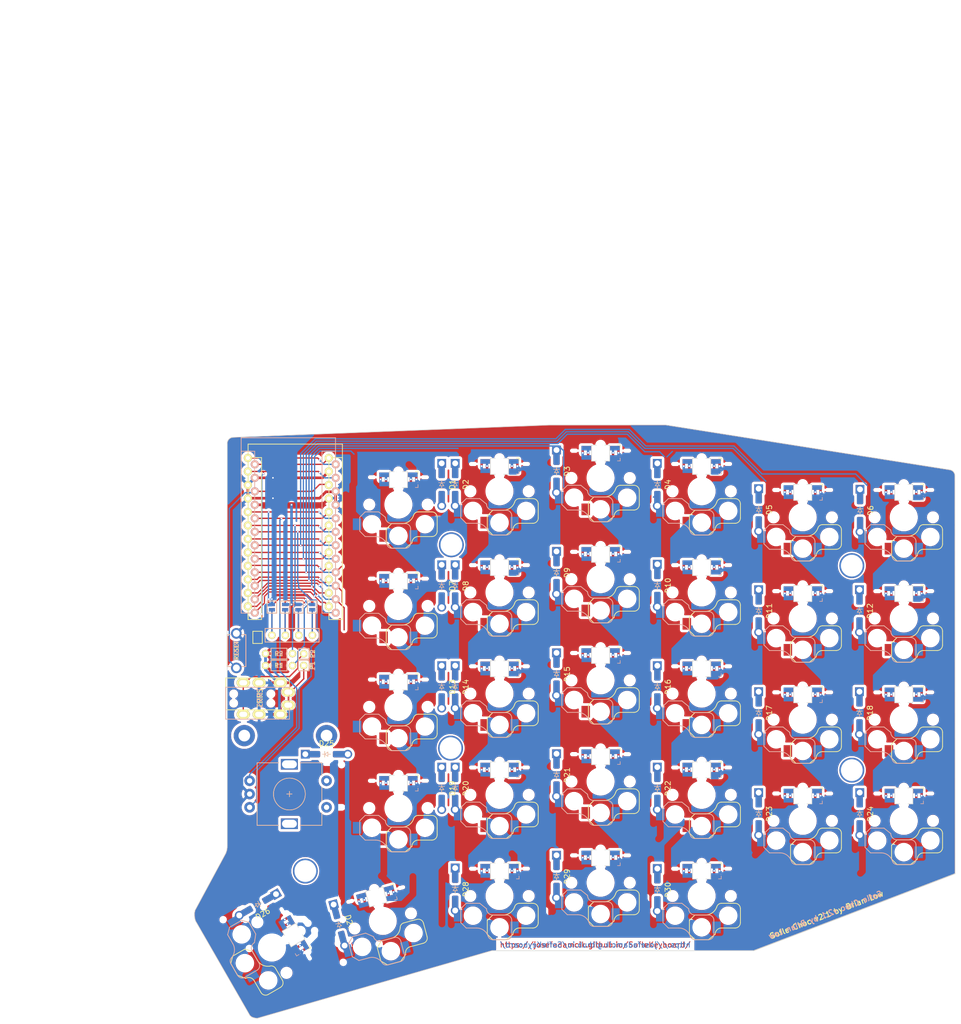
<source format=kicad_pcb>
(kicad_pcb (version 20221018) (generator pcbnew)
  (layers (0 "F.Cu" signal) (31 "B.Cu" signal) (34 "B.Paste" user) (35 "F.Paste" user) (36 "B.SilkS" user "B.Silkscreen") (37 "F.SilkS" user "F.Silkscreen") (38 "B.Mask" user) (39 "F.Mask" user) (44 "Edge.Cuts" user))
  (net 0 "")
  (net 1 "Net-(D1-Pad2)")
  (net 2 "row4")
  (net 3 "Net-(D2-Pad2)")
  (net 4 "Net-(D3-Pad2)")
  (net 5 "row0")
  (net 6 "Net-(D4-Pad2)")
  (net 7 "row1")
  (net 8 "Net-(D5-Pad2)")
  (net 9 "row2")
  (net 10 "Net-(D6-Pad2)")
  (net 11 "row3")
  (net 12 "Net-(D7-Pad2)")
  (net 13 "Net-(D8-Pad2)")
  (net 14 "Net-(D9-Pad2)")
  (net 15 "Net-(D10-Pad2)")
  (net 16 "Net-(D11-Pad2)")
  (net 17 "Net-(D12-Pad2)")
  (net 18 "Net-(D13-Pad2)")
  (net 19 "Net-(D14-Pad2)")
  (net 20 "Net-(D15-Pad2)")
  (net 21 "Net-(D16-Pad2)")
  (net 22 "Net-(D17-Pad2)")
  (net 23 "Net-(D18-Pad2)")
  (net 24 "Net-(D19-Pad2)")
  (net 25 "Net-(D20-Pad2)")
  (net 26 "Net-(D21-Pad2)")
  (net 27 "Net-(D22-Pad2)")
  (net 28 "Net-(D23-Pad2)")
  (net 29 "Net-(D24-Pad2)")
  (net 30 "Net-(D26-Pad2)")
  (net 31 "Net-(D27-Pad2)")
  (net 32 "Net-(D28-Pad2)")
  (net 33 "VCC")
  (net 34 "GND")
  (net 35 "col0")
  (net 36 "col1")
  (net 37 "col2")
  (net 38 "col3")
  (net 39 "col4")
  (net 40 "SDA")
  (net 41 "LED")
  (net 42 "SCL")
  (net 43 "RESET")
  (net 44 "Net-(D29-Pad2)")
  (net 45 "Net-(U1-Pad24)")
  (net 46 "Net-(U1-Pad7)")
  (net 47 "DATA")
  (net 48 "Net-(J3-Pad1)")
  (net 49 "Net-(J3-Pad2)")
  (net 50 "Net-(J3-Pad3)")
  (net 51 "Net-(J3-Pad4)")
  (net 52 "Net-(D30-Pad2)")
  (net 53 "SW25B")
  (net 54 "SW25A")
  (net 55 "ENCB")
  (net 56 "ENCA")
  (net 57 "/i2c_c")
  (net 58 "/i2c_d")
  (net 59 "Net-(SW1-Pad2)")
  (net 60 "Net-(SW2-Pad2)")
  (net 61 "Net-(SW3-Pad2)")
  (net 62 "Net-(SW12-Pad4)")
  (net 63 "Net-(SW13-Pad4)")
  (net 64 "Net-(SW10-Pad2)")
  (net 65 "Net-(SW10-Pad4)")
  (net 66 "Net-(SW11-Pad4)")
  (net 67 "Net-(SW13-Pad2)")
  (net 68 "Net-(SW14-Pad2)")
  (net 69 "Net-(SW15-Pad2)")
  (net 70 "Net-(SW17-Pad2)")
  (net 71 "Net-(SW19-Pad2)")
  (net 72 "Net-(SW26-Pad2)")
  (net 73 "Net-(SW29-Pad2)")
  (net 74 "Net-(SW14-Pad4)")
  (net 75 "Net-(SW15-Pad4)")
  (net 76 "Net-(SW11-Pad2)")
  (net 77 "Net-(SW12-Pad2)")
  (net 78 "Net-(SW21-Pad2)")
  (net 79 "Net-(SW23-Pad2)")
  (net 80 "Net-(SW2-Pad4)")
  (net 81 "Net-(SW20-Pad4)")
  (net 82 "Net-(SW27-Pad2)")
  (net 83 "Net-(SW4-Pad2)")
  (net 84 "Net-(SW6-Pad2)")
  (net 85 "Net-(SW16-Pad4)")
  (net 86 "Net-(SW18-Pad4)")
  (net 87 "Net-(SW22-Pad4)")
  (footprint "SofleKeyboard-footprint:RESISTOR_mini" (layer "F.Cu") (at 98.039272 80.311965)
    (fp_text reference "R1")
    (fp_text value "R" hide)
  )
  (footprint "SofleKeyboard-footprint:RESISTOR_mini" (layer "F.Cu") (at 98.039272 78.061965)
    (fp_text reference "R2")
    (fp_text value "R" hide)
  )
  (footprint "SofleKeyboard-footprint:MJ-4PP-9" (layer "F.Cu") (at 88 85.65 90)
    (fp_text reference "J2")
    (fp_text value "4PIN" hide)
  )
  (footprint "SofleKeyboard-footprint:1pin_conn" (layer "F.Cu") (at 102.7 80.3 -90)
    (fp_text reference "P1")
    (fp_text value "i2c_pin" hide)
  )
  (footprint "SofleKeyboard-footprint:1pin_conn" (layer "F.Cu") (at 102.7 78.1 -90)
    (fp_text reference "P2")
    (fp_text value "i2c_pin" hide)
  )
  (footprint "SofleKeyboard-footprint:HOLE_M2_TH" (layer "F.Cu") (at 103 119 90)
    (fp_text reference "TH7" hide)
    (fp_text value "HOLE" hide)
  )
  (footprint "SofleKeyboard-footprint:ProMicro" (layer "F.Cu") (at 101 56)
    (fp_text reference "U1" hide)
    (fp_text value "ProMicro" hide)
  )
  (footprint "SofleKeyboard-footprint:Jumper" (layer "F.Cu") (at 104.3 69.3 90)
    (fp_text reference "JP1" hide)
    (fp_text value "Jumper_NO_Small" hide)
  )
  (footprint "SofleKeyboard-footprint:Jumper" (layer "F.Cu") (at 101.7 69.3 90)
    (fp_text reference "JP2" hide)
    (fp_text value "Jumper_NO_Small" hide)
  )
  (footprint "SofleKeyboard-footprint:Jumper" (layer "F.Cu") (at 99.2 69.3 90)
    (fp_text reference "JP3" hide)
    (fp_text value "Jumper_NO_Small" hide)
  )
  (footprint "SofleKeyboard-footprint:TACT_SWITCH_TVBP06" (layer "F.Cu") (at 90 77.5 -90)
    (fp_text reference "RSW1" hide)
    (fp_text value "SW_RST" hide)
  )
  (footprint "SofleKeyboard-footprint:jumper_data" (layer "F.Cu") (at 94 75 -90)
    (fp_text reference "W1" hide)
    (fp_text value "jumper" hide)
  )
  (footprint "SofleChoc:D_SOD-123_DO-35_Hybrid_DoubleSided" (layer "F.Cu") (at 128.705 46.227 -90)
    (fp_text reference "D1")
    (fp_text value "D")
  )
  (footprint "SofleChoc:D_SOD-123_DO-35_Hybrid_DoubleSided" (layer "F.Cu") (at 131.245 46.23 -90)
    (fp_text reference "D2")
    (fp_text value "D")
  )
  (footprint "SofleChoc:D_SOD-123_DO-35_Hybrid_DoubleSided" (layer "F.Cu") (at 150.345 43.73 -90)
    (fp_text reference "D3")
    (fp_text value "D")
  )
  (footprint "SofleChoc:D_SOD-123_DO-35_Hybrid_DoubleSided" (layer "F.Cu") (at 169.345 46.23 -90)
    (fp_text reference "D4")
    (fp_text value "D")
  )
  (footprint "SofleChoc:D_SOD-123_DO-35_Hybrid_DoubleSided" (layer "F.Cu") (at 188.445 51 -90)
    (fp_text reference "D5")
    (fp_text value "D")
  )
  (footprint "SofleChoc:D_SOD-123_DO-35_Hybrid_DoubleSided" (layer "F.Cu") (at 207.545 51.13 -90)
    (fp_text reference "D6")
    (fp_text value "D")
  )
  (footprint "SofleChoc:D_SOD-123_DO-35_Hybrid_DoubleSided" (layer "F.Cu") (at 128.705 84.33 -90)
    (fp_text reference "D13")
    (fp_text value "D")
  )
  (footprint "SofleChoc:D_SOD-123_DO-35_Hybrid_DoubleSided" (layer "F.Cu") (at 128.705 103.43 -90)
    (fp_text reference "D19")
    (fp_text value "D")
  )
  (footprint "SofleChoc:D_SOD-123_DO-35_Hybrid_DoubleSided" (layer "F.Cu") (at 107 97)
    (fp_text reference "D25")
    (fp_text value "D")
  )
  (footprint "SofleChoc:D_SOD-123_DO-35_Hybrid_DoubleSided" (layer "F.Cu") (at 94.007 125.351 -150)
    (fp_text reference "D26")
    (fp_text value "D")
  )
  (footprint "SofleChoc:Choc_MX_Hotswap_SK6812MiniE" (layer "F.Cu") (at 120.55 50 180)
    (fp_text reference "SW1" hide)
    (fp_text value "SW_PUSH_LED" hide)
    (fp_line (start -1.7 3.2) (end -1.7 6.2) (stroke (width 0.1)) (layer "Edge.Cuts"))
    (fp_line (start -1.7 3.2) (end 1.7 3.2) (stroke (width 0.1)) (layer "Edge.Cuts"))
    (fp_line (start -1.7 6.2) (end 1.7 6.2) (stroke (width 0.1)) (layer "Edge.Cuts"))
    (fp_line (start 1.7 6.2) (end 1.7 3.2) (stroke (width 0.1)) (layer "Edge.Cuts"))
  )
  (footprint "SofleChoc:Choc_MX_Hotswap_SK6812MiniE" (layer "F.Cu") (at 158.65 45 180)
    (fp_text reference "SW3" hide)
    (fp_text value "SW_PUSH_LED" hide)
    (fp_line (start -1.7 3.2) (end -1.7 6.2) (stroke (width 0.1)) (layer "Edge.Cuts"))
    (fp_line (start -1.7 3.2) (end 1.7 3.2) (stroke (width 0.1)) (layer "Edge.Cuts"))
    (fp_line (start -1.7 6.2) (end 1.7 6.2) (stroke (width 0.1)) (layer "Edge.Cuts"))
    (fp_line (start 1.7 6.2) (end 1.7 3.2) (stroke (width 0.1)) (layer "Edge.Cuts"))
  )
  (footprint "SofleChoc:Choc_MX_Hotswap_SK6812MiniE" (layer "F.Cu") (at 120.55 88.1 180)
    (fp_text reference "SW13" hide)
    (fp_text value "SW_PUSH_LED" hide)
    (fp_line (start -1.7 3.2) (end -1.7 6.2) (stroke (width 0.1)) (layer "Edge.Cuts"))
    (fp_line (start -1.7 3.2) (end 1.7 3.2) (stroke (width 0.1)) (layer "Edge.Cuts"))
    (fp_line (start -1.7 6.2) (end 1.7 6.2) (stroke (width 0.1)) (layer "Edge.Cuts"))
    (fp_line (start 1.7 6.2) (end 1.7 3.2) (stroke (width 0.1)) (layer "Edge.Cuts"))
  )
  (footprint "SofleChoc:Choc_MX_Hotswap_SK6812MiniE" (layer "F.Cu") (at 139.6 85.6 180)
    (fp_text reference "SW14" hide)
    (fp_text value "SW_PUSH_LED" hide)
    (fp_line (start -1.7 3.2) (end -1.7 6.2) (stroke (width 0.1)) (layer "Edge.Cuts"))
    (fp_line (start -1.7 3.2) (end 1.7 3.2) (stroke (width 0.1)) (layer "Edge.Cuts"))
    (fp_line (start -1.7 6.2) (end 1.7 6.2) (stroke (width 0.1)) (layer "Edge.Cuts"))
    (fp_line (start 1.7 6.2) (end 1.7 3.2) (stroke (width 0.1)) (layer "Edge.Cuts"))
  )
  (footprint "SofleChoc:Choc_MX_Hotswap_SK6812MiniE" (layer "F.Cu") (at 120.55 107.15 180)
    (fp_text reference "SW19" hide)
    (fp_text value "SW_PUSH_LED" hide)
    (fp_line (start -1.7 3.2) (end -1.7 6.2) (stroke (width 0.1)) (layer "Edge.Cuts"))
    (fp_line (start -1.7 3.2) (end 1.7 3.2) (stroke (width 0.1)) (layer "Edge.Cuts"))
    (fp_line (start -1.7 6.2) (end 1.7 6.2) (stroke (width 0.1)) (layer "Edge.Cuts"))
    (fp_line (start 1.7 6.2) (end 1.7 3.2) (stroke (width 0.1)) (layer "Edge.Cuts"))
  )
  (footprint "SofleChoc:Choc_MX_Hotswap_SK6812MiniE" (layer "F.Cu") (at 158.65 102.15 180)
    (fp_text reference "SW21" hide)
    (fp_text value "SW_PUSH_LED" hide)
    (fp_line (start -1.7 3.2) (end -1.7 6.2) (stroke (width 0.1)) (layer "Edge.Cuts"))
    (fp_line (start -1.7 3.2) (end 1.7 3.2) (stroke (width 0.1)) (layer "Edge.Cuts"))
    (fp_line (start -1.7 6.2) (end 1.7 6.2) (stroke (width 0.1)) (layer "Edge.Cuts"))
    (fp_line (start 1.7 6.2) (end 1.7 3.2) (stroke (width 0.1)) (layer "Edge.Cuts"))
  )
  (footprint "SofleChoc:Choc_MX_Hotswap_SK6812MiniE" (layer "F.Cu") (at 196.75 109.55 180)
    (fp_text reference "SW23" hide)
    (fp_text value "SW_PUSH_LED" hide)
    (fp_line (start -1.7 3.2) (end -1.7 6.2) (stroke (width 0.1)) (layer "Edge.Cuts"))
    (fp_line (start -1.7 3.2) (end 1.7 3.2) (stroke (width 0.1)) (layer "Edge.Cuts"))
    (fp_line (start -1.7 6.2) (end 1.7 6.2) (stroke (width 0.1)) (layer "Edge.Cuts"))
    (fp_line (start 1.7 6.2) (end 1.7 3.2) (stroke (width 0.1)) (layer "Edge.Cuts"))
  )
  (footprint "SofleChoc:Choc_MX_Hotswap_SK6812MiniE" (layer "F.Cu") (at 96.71 133.4 120)
    (fp_text reference "SW26" hide)
    (fp_text value "SW_PUSH_LED" hide)
    (fp_line (start -1.7 3.2) (end -1.7 6.2) (stroke (width 0.1)) (layer "Edge.Cuts"))
    (fp_line (start -1.7 3.2) (end 1.7 3.2) (stroke (width 0.1)) (layer "Edge.Cuts"))
    (fp_line (start -1.7 6.2) (end 1.7 6.2) (stroke (width 0.1)) (layer "Edge.Cuts"))
    (fp_line (start 1.7 6.2) (end 1.7 3.2) (stroke (width 0.1)) (layer "Edge.Cuts"))
  )
  (footprint "SofleKeyboard-footprint:M2_HOLE_PCB" (layer "F.Cu") (at 91.5 93.5)
    (fp_text reference "TH1" hide)
    (fp_text value "HOLE")
  )
  (footprint "SofleKeyboard-footprint:Jumper" (layer "F.Cu") (at 96.7 69.3 90)
    (fp_text reference "JP4" hide)
    (fp_text value "Jumper_NO_Small" hide)
  )
  (footprint "SofleKeyboard-footprint:OLED_4Pin" (layer "F.Cu") (at 96.7 74.6)
    (fp_text reference "J3" hide)
    (fp_text value "OLED" hide)
  )
  (footprint "SofleKeyboard-footprint:M2_HOLE_PCB" (layer "F.Cu") (at 107 93.5)
    (fp_text reference "TH2" hide)
    (fp_text value "HOLE")
  )
  (footprint "SofleKeyboard-footprint:RotaryEncoder_Alps_EC11E-Switch_Vertical_H20mm-keebio_modified" (layer "F.Cu") (at 100 104.5)
    (fp_text reference "SW25" hide)
    (fp_text value "Rotary_Encoder_Switch")
  )
  (footprint "SofleChoc:Choc_MX_Hotswap_SK6812MiniE" (layer "F.Cu") (at 117.6 128.4 -165)
    (fp_text reference "SW27" hide)
    (fp_text value "SW_PUSH_LED" hide)
    (fp_line (start -1.7 3.2) (end -1.7 6.2) (stroke (width 0.1)) (layer "Edge.Cuts"))
    (fp_line (start -1.7 3.2) (end 1.7 3.2) (stroke (width 0.1)) (layer "Edge.Cuts"))
    (fp_line (start -1.7 6.2) (end 1.7 6.2) (stroke (width 0.1)) (layer "Edge.Cuts"))
    (fp_line (start 1.7 6.2) (end 1.7 3.2) (stroke (width 0.1)) (layer "Edge.Cuts"))
  )
  (footprint "SofleChoc:Choc_MX_Hotswap_SK6812MiniE" (layer "F.Cu") (at 215.8 71.45 180)
    (fp_text reference "SW12" hide)
    (fp_text value "SW_PUSH_LED" hide)
    (fp_line (start -1.7 3.2) (end -1.7 6.2) (stroke (width 0.1)) (layer "Edge.Cuts"))
    (fp_line (start -1.7 3.2) (end 1.7 3.2) (stroke (width 0.1)) (layer "Edge.Cuts"))
    (fp_line (start -1.7 6.2) (end 1.7 6.2) (stroke (width 0.1)) (layer "Edge.Cuts"))
    (fp_line (start 1.7 6.2) (end 1.7 3.2) (stroke (width 0.1)) (layer "Edge.Cuts"))
  )
  (footprint "SofleChoc:Choc_MX_Hotswap_SK6812MiniE" (layer "F.Cu") (at 215.8 90.5 180)
    (fp_text reference "SW18" hide)
    (fp_text value "SW_PUSH_LED" hide)
    (fp_line (start -1.7 3.2) (end -1.7 6.2) (stroke (width 0.1)) (layer "Edge.Cuts"))
    (fp_line (start -1.7 3.2) (end 1.7 3.2) (stroke (width 0.1)) (layer "Edge.Cuts"))
    (fp_line (start -1.7 6.2) (end 1.7 6.2) (stroke (width 0.1)) (layer "Edge.Cuts"))
    (fp_line (start 1.7 6.2) (end 1.7 3.2) (stroke (width 0.1)) (layer "Edge.Cuts"))
  )
  (footprint "SofleChoc:Choc_MX_Hotswap_SK6812MiniE" (layer "F.Cu") (at 215.8 109.55 180)
    (fp_text reference "SW24" hide)
    (fp_text value "SW_PUSH_LED" hide)
    (fp_line (start -1.7 3.2) (end -1.7 6.2) (stroke (width 0.1)) (layer "Edge.Cuts"))
    (fp_line (start -1.7 3.2) (end 1.7 3.2) (stroke (width 0.1)) (layer "Edge.Cuts"))
    (fp_line (start -1.7 6.2) (end 1.7 6.2) (stroke (width 0.1)) (layer "Edge.Cuts"))
    (fp_line (start 1.7 6.2) (end 1.7 3.2) (stroke (width 0.1)) (layer "Edge.Cuts"))
  )
  (footprint "SofleChoc:Choc_MX_Hotswap_SK6812MiniE" (layer "F.Cu") (at 177.7 47.5 180)
    (fp_text reference "SW4" hide)
    (fp_text value "SW_PUSH_LED" hide)
    (fp_line (start -1.7 3.2) (end -1.7 6.2) (stroke (width 0.1)) (layer "Edge.Cuts"))
    (fp_line (start -1.7 3.2) (end 1.7 3.2) (stroke (width 0.1)) (layer "Edge.Cuts"))
    (fp_line (start -1.7 6.2) (end 1.7 6.2) (stroke (width 0.1)) (layer "Edge.Cuts"))
    (fp_line (start 1.7 6.2) (end 1.7 3.2) (stroke (width 0.1)) (layer "Edge.Cuts"))
  )
  (footprint "SofleKeyboard-footprint:HOLE_M2_TH" (layer "F.Cu") (at 206.225 61.775)
    (fp_text reference "TH4" hide)
    (fp_text value "HOLE" hide)
  )
  (footprint "SofleChoc:D_SOD-123_DO-35_Hybrid_DoubleSided" (layer "F.Cu") (at 128.705 65.33 -90)
    (fp_text reference "D7")
    (fp_text value "D")
  )
  (footprint "SofleChoc:D_SOD-123_DO-35_Hybrid_DoubleSided" (layer "F.Cu") (at 131.245 65.33 -90)
    (fp_text reference "D8")
    (fp_text value "D")
  )
  (footprint "SofleChoc:D_SOD-123_DO-35_Hybrid_DoubleSided" (layer "F.Cu") (at 150.345 62.82 -90)
    (fp_text reference "D9")
    (fp_text value "D")
  )
  (footprint "SofleChoc:D_SOD-123_DO-35_Hybrid_DoubleSided" (layer "F.Cu") (at 169.345 65.23 -90)
    (fp_text reference "D10")
    (fp_text value "D")
  )
  (footprint "SofleChoc:D_SOD-123_DO-35_Hybrid_DoubleSided" (layer "F.Cu") (at 188.445 70.03 -90)
    (fp_text reference "D11")
    (fp_text value "D")
  )
  (footprint "SofleChoc:D_SOD-123_DO-35_Hybrid_DoubleSided" (layer "F.Cu") (at 207.445 70.03 -90)
    (fp_text reference "D12")
    (fp_text value "D")
  )
  (footprint "SofleChoc:Choc_MX_Hotswap_SK6812MiniE" (layer "F.Cu") (at 196.75 52.4 180)
    (fp_text reference "SW5" hide)
    (fp_text value "SW_PUSH_LED" hide)
    (fp_line (start -1.7 3.2) (end -1.7 6.2) (stroke (width 0.1)) (layer "Edge.Cuts"))
    (fp_line (start -1.7 3.2) (end 1.7 3.2) (stroke (width 0.1)) (layer "Edge.Cuts"))
    (fp_line (start -1.7 6.2) (end 1.7 6.2) (stroke (width 0.1)) (layer "Edge.Cuts"))
    (fp_line (start 1.7 6.2) (end 1.7 3.2) (stroke (width 0.1)) (layer "Edge.Cuts"))
  )
  (footprint "SofleChoc:Choc_MX_Hotswap_SK6812MiniE" (layer "F.Cu") (at 139.6 66.55 180)
    (fp_text reference "SW8" hide)
    (fp_text value "SW_PUSH_LED" hide)
    (fp_line (start -1.7 3.2) (end -1.7 6.2) (stroke (width 0.1)) (layer "Edge.Cuts"))
    (fp_line (start -1.7 3.2) (end 1.7 3.2) (stroke (width 0.1)) (layer "Edge.Cuts"))
    (fp_line (start -1.7 6.2) (end 1.7 6.2) (stroke (width 0.1)) (layer "Edge.Cuts"))
    (fp_line (start 1.7 6.2) (end 1.7 3.2) (stroke (width 0.1)) (layer "Edge.Cuts"))
  )
  (footprint "SofleChoc:Choc_MX_Hotswap_SK6812MiniE" (layer "F.Cu") (at 177.7 66.55 180)
    (fp_text reference "SW10" hide)
    (fp_text value "SW_PUSH_LED" hide)
    (fp_line (start -1.7 3.2) (end -1.7 6.2) (stroke (width 0.1)) (layer "Edge.Cuts"))
    (fp_line (start -1.7 3.2) (end 1.7 3.2) (stroke (width 0.1)) (layer "Edge.Cuts"))
    (fp_line (start -1.7 6.2) (end 1.7 6.2) (stroke (width 0.1)) (layer "Edge.Cuts"))
    (fp_line (start 1.7 6.2) (end 1.7 3.2) (stroke (width 0.1)) (layer "Edge.Cuts"))
  )
  (footprint "SofleChoc:Choc_MX_Hotswap_SK6812MiniE" (layer "F.Cu") (at 158.65 64.05 180)
    (fp_text reference "SW9" hide)
    (fp_text value "SW_PUSH_LED" hide)
    (fp_line (start -1.7 3.2) (end -1.7 6.2) (stroke (width 0.1)) (layer "Edge.Cuts"))
    (fp_line (start -1.7 3.2) (end 1.7 3.2) (stroke (width 0.1)) (layer "Edge.Cuts"))
    (fp_line (start -1.7 6.2) (end 1.7 6.2) (stroke (width 0.1)) (layer "Edge.Cuts"))
    (fp_line (start 1.7 6.2) (end 1.7 3.2) (stroke (width 0.1)) (layer "Edge.Cuts"))
  )
  (footprint "SofleChoc:Choc_MX_Hotswap_SK6812MiniE" (layer "F.Cu") (at 177.7 85.6 180)
    (fp_text reference "SW16" hide)
    (fp_text value "SW_PUSH_LED" hide)
    (fp_line (start -1.7 3.2) (end -1.7 6.2) (stroke (width 0.1)) (layer "Edge.Cuts"))
    (fp_line (start -1.7 3.2) (end 1.7 3.2) (stroke (width 0.1)) (layer "Edge.Cuts"))
    (fp_line (start -1.7 6.2) (end 1.7 6.2) (stroke (width 0.1)) (layer "Edge.Cuts"))
    (fp_line (start 1.7 6.2) (end 1.7 3.2) (stroke (width 0.1)) (layer "Edge.Cuts"))
  )
  (footprint "SofleChoc:Choc_MX_Hotswap_SK6812MiniE" (layer "F.Cu") (at 215.8 52.4 180)
    (fp_text reference "SW6" hide)
    (fp_text value "SW_PUSH_LED" hide)
    (fp_line (start -1.7 3.2) (end -1.7 6.2) (stroke (width 0.1)) (layer "Edge.Cuts"))
    (fp_line (start -1.7 3.2) (end 1.7 3.2) (stroke (width 0.1)) (layer "Edge.Cuts"))
    (fp_line (start -1.7 6.2) (end 1.7 6.2) (stroke (width 0.1)) (layer "Edge.Cuts"))
    (fp_line (start 1.7 6.2) (end 1.7 3.2) (stroke (width 0.1)) (layer "Edge.Cuts"))
  )
  (footprint "SofleChoc:Choc_MX_Hotswap_SK6812MiniE" (layer "F.Cu") (at 120.55 69.1 180)
    (fp_text reference "SW7" hide)
    (fp_text value "SW_PUSH_LED" hide)
    (fp_line (start -1.7 3.2) (end -1.7 6.2) (stroke (width 0.1)) (layer "Edge.Cuts"))
    (fp_line (start -1.7 3.2) (end 1.7 3.2) (stroke (width 0.1)) (layer "Edge.Cuts"))
    (fp_line (start -1.7 6.2) (end 1.7 6.2) (stroke (width 0.1)) (layer "Edge.Cuts"))
    (fp_line (start 1.7 6.2) (end 1.7 3.2) (stroke (width 0.1)) (layer "Edge.Cuts"))
  )
  (footprint "SofleChoc:Choc_MX_Hotswap_SK6812MiniE" (layer "F.Cu") (at 177.7 123.7 180)
    (fp_text reference "SW30" hide)
    (fp_text value "SW_PUSH_LED" hide)
    (fp_line (start -1.7 3.2) (end -1.7 6.2) (stroke (width 0.1)) (layer "Edge.Cuts"))
    (fp_line (start -1.7 3.2) (end 1.7 3.2) (stroke (width 0.1)) (layer "Edge.Cuts"))
    (fp_line (start -1.7 6.2) (end 1.7 6.2) (stroke (width 0.1)) (layer "Edge.Cuts"))
    (fp_line (start 1.7 6.2) (end 1.7 3.2) (stroke (width 0.1)) (layer "Edge.Cuts"))
  )
  (footprint "SofleChoc:Choc_MX_Hotswap_SK6812MiniE" (layer "F.Cu") (at 196.75 71.45 180)
    (fp_text reference "SW11" hide)
    (fp_text value "SW_PUSH_LED" hide)
    (fp_line (start -1.7 3.2) (end -1.7 6.2) (stroke (width 0.1)) (layer "Edge.Cuts"))
    (fp_line (start -1.7 3.2) (end 1.7 3.2) (stroke (width 0.1)) (layer "Edge.Cuts"))
    (fp_line (start -1.7 6.2) (end 1.7 6.2) (stroke (width 0.1)) (layer "Edge.Cuts"))
    (fp_line (start 1.7 6.2) (end 1.7 3.2) (stroke (width 0.1)) (layer "Edge.Cuts"))
  )
  (footprint "SofleChoc:Choc_MX_Hotswap_SK6812MiniE" (layer "F.Cu") (at 177.7 104.65 180)
    (fp_text reference "SW22" hide)
    (fp_text value "SW_PUSH_LED" hide)
    (fp_line (start -1.7 3.2) (end -1.7 6.2) (stroke (width 0.1)) (layer "Edge.Cuts"))
    (fp_line (start -1.7 3.2) (end 1.7 3.2) (stroke (width 0.1)) (layer "Edge.Cuts"))
    (fp_line (start -1.7 6.2) (end 1.7 6.2) (stroke (width 0.1)) (layer "Edge.Cuts"))
    (fp_line (start 1.7 6.2) (end 1.7 3.2) (stroke (width 0.1)) (layer "Edge.Cuts"))
  )
  (footprint "SofleChoc:Choc_MX_Hotswap_SK6812MiniE" (layer "F.Cu") (at 196.75 90.5 180)
    (fp_text reference "SW17" hide)
    (fp_text value "SW_PUSH_LED" hide)
    (fp_line (start -1.7 3.2) (end -1.7 6.2) (stroke (width 0.1)) (layer "Edge.Cuts"))
    (fp_line (start -1.7 3.2) (end 1.7 3.2) (stroke (width 0.1)) (layer "Edge.Cuts"))
    (fp_line (start -1.7 6.2) (end 1.7 6.2) (stroke (width 0.1)) (layer "Edge.Cuts"))
    (fp_line (start 1.7 6.2) (end 1.7 3.2) (stroke (width 0.1)) (layer "Edge.Cuts"))
  )
  (footprint "SofleChoc:Choc_MX_Hotswap_SK6812MiniE" (layer "F.Cu") (at 158.65 121.2 180)
    (fp_text reference "SW29" hide)
    (fp_text value "SW_PUSH_LED" hide)
    (fp_line (start -1.7 3.2) (end -1.7 6.2) (stroke (width 0.1)) (layer "Edge.Cuts"))
    (fp_line (start -1.7 3.2) (end 1.7 3.2) (stroke (width 0.1)) (layer "Edge.Cuts"))
    (fp_line (start -1.7 6.2) (end 1.7 6.2) (stroke (width 0.1)) (layer "Edge.Cuts"))
    (fp_line (start 1.7 6.2) (end 1.7 3.2) (stroke (width 0.1)) (layer "Edge.Cuts"))
  )
  (footprint "SofleChoc:Choc_MX_Hotswap_SK6812MiniE" (layer "F.Cu") (at 158.65 83.1 180)
    (fp_text reference "SW15" hide)
    (fp_text value "SW_PUSH_LED" hide)
    (fp_line (start -1.7 3.2) (end -1.7 6.2) (stroke (width 0.1)) (layer "Edge.Cuts"))
    (fp_line (start -1.7 3.2) (end 1.7 3.2) (stroke (width 0.1)) (layer "Edge.Cuts"))
    (fp_line (start -1.7 6.2) (end 1.7 6.2) (stroke (width 0.1)) (layer "Edge.Cuts"))
    (fp_line (start 1.7 6.2) (end 1.7 3.2) (stroke (width 0.1)) (layer "Edge.Cuts"))
  )
  (footprint "SofleChoc:Choc_MX_Hotswap_SK6812MiniE" (layer "F.Cu") (at 139.6 47.5 180)
    (fp_text reference "SW2" hide)
    (fp_text value "SW_PUSH_LED" hide)
    (fp_line (start -1.7 3.2) (end -1.7 6.2) (stroke (width 0.1)) (layer "Edge.Cuts"))
    (fp_line (start -1.7 3.2) (end 1.7 3.2) (stroke (width 0.1)) (layer "Edge.Cuts"))
    (fp_line (start -1.7 6.2) (end 1.7 6.2) (stroke (width 0.1)) (layer "Edge.Cuts"))
    (fp_line (start 1.7 6.2) (end 1.7 3.2) (stroke (width 0.1)) (layer "Edge.Cuts"))
  )
  (footprint "SofleChoc:D_SOD-123_DO-35_Hybrid_DoubleSided" (layer "F.Cu") (at 109.374 129.161 -75)
    (fp_text reference "D27")
    (fp_text value "D")
  )
  (footprint "SofleChoc:Choc_MX_Hotswap_SK6812MiniE" (layer "F.Cu") (at 139.6 104.65 180)
    (fp_text reference "SW20" hide)
    (fp_text value "SW_PUSH_LED" hide)
    (fp_line (start -1.7 3.2) (end -1.7 6.2) (stroke (width 0.1)) (layer "Edge.Cuts"))
    (fp_line (start -1.7 3.2) (end 1.7 3.2) (stroke (width 0.1)) (layer "Edge.Cuts"))
    (fp_line (start -1.7 6.2) (end 1.7 6.2) (stroke (width 0.1)) (layer "Edge.Cuts"))
    (fp_line (start 1.7 6.2) (end 1.7 3.2) (stroke (width 0.1)) (layer "Edge.Cuts"))
  )
  (footprint "SofleKeyboard-footprint:HOLE_M2_TH" (layer "F.Cu") (at 206.175 100.025)
    (fp_text reference "TH6" hide)
    (fp_text value "HOLE" hide)
  )
  (footprint "SofleChoc:D_SOD-123_DO-35_Hybrid_DoubleSided" (layer "F.Cu") (at 150.345 81.92 -90)
    (fp_text reference "D15")
    (fp_text value "D")
  )
  (footprint "SofleChoc:D_SOD-123_DO-35_Hybrid_DoubleSided" (layer "F.Cu") (at 169.345 84.33 -90)
    (fp_text reference "D16")
    (fp_text value "D")
  )
  (footprint "SofleChoc:D_SOD-123_DO-35_Hybrid_DoubleSided" (layer "F.Cu") (at 188.445 89.23 -90)
    (fp_text reference "D17")
    (fp_text value "D")
  )
  (footprint "SofleChoc:D_SOD-123_DO-35_Hybrid_DoubleSided" (layer "F.Cu") (at 207.445 89.23 -90)
    (fp_text reference "D18")
    (fp_text value "D")
  )
  (footprint "SofleChoc:D_SOD-123_DO-35_Hybrid_DoubleSided" (layer "F.Cu") (at 131.245 122.43 -90)
    (fp_text reference "D28")
    (fp_text value "D")
  )
  (footprint "SofleChoc:D_SOD-123_DO-35_Hybrid_DoubleSided" (layer "F.Cu") (at 150.345 120.02 -90)
    (fp_text reference "D29")
    (fp_text value "D")
  )
  (footprint "SofleChoc:D_SOD-123_DO-35_Hybrid_DoubleSided" (layer "F.Cu") (at 207.495 108.23 -90)
    (fp_text reference "D24")
    (fp_text value "D")
  )
  (footprint "SofleChoc:D_SOD-123_DO-35_Hybrid_DoubleSided" (layer "F.Cu") (at 131.245 103.43 -90)
    (fp_text reference "D20")
    (fp_text value "D")
  )
  (footprint "SofleChoc:D_SOD-123_DO-35_Hybrid_DoubleSided" (layer "F.Cu") (at 150.345 100.92 -90)
    (fp_text reference "D21")
    (fp_text value "D")
  )
  (footprint "SofleChoc:D_SOD-123_DO-35_Hybrid_DoubleSided" (layer "F.Cu") (at 169.345 103.43 -90)
    (fp_text reference "D22")
    (fp_text value "D")
  )
  (footprint "SofleChoc:D_SOD-123_DO-35_Hybrid_DoubleSided" (layer "F.Cu") (at 188.445 108.23 -90)
    (fp_text reference "D23")
    (fp_text value "D")
  )
  (footprint "SofleChoc:D_SOD-123_DO-35_Hybrid_DoubleSided" (layer "F.Cu") (at 131.245 84.33 -90)
    (fp_text reference "D14")
    (fp_text value "D")
  )
  (footprint "SofleChoc:D_SOD-123_DO-35_Hybrid_DoubleSided" (layer "F.Cu") (at 169.345 122.53 -90)
    (fp_text reference "D30")
    (fp_text value "D")
  )
  (footprint "SofleChoc:Choc_MX_Hotswap_SK6812MiniE" (layer "F.Cu") (at 139.6 123.7 180)
    (fp_text reference "SW28" hide)
    (fp_text value "SW_PUSH_LED" hide)
    (fp_line (start -1.7 3.2) (end -1.7 6.2) (stroke (width 0.1)) (layer "Edge.Cuts"))
    (fp_line (start -1.7 3.2) (end 1.7 3.2) (stroke (width 0.1)) (layer "Edge.Cuts"))
    (fp_line (start -1.7 6.2) (end 1.7 6.2) (stroke (width 0.1)) (layer "Edge.Cuts"))
    (fp_line (start 1.7 6.2) (end 1.7 3.2) (stroke (width 0.1)) (layer "Edge.Cuts"))
  )
  (footprint "SofleKeyboard-footprint:HOLE_M2_TH" (layer "F.Cu") (at 130.50212 57.64864)
    (fp_text reference "TH3" hide)
    (fp_text value "HOLE" hide)
  )
  (footprint "SofleKeyboard-footprint:HOLE_M2_TH" (layer "F.Cu") (at 130.40012 95.92764)
    (fp_text reference "TH5" hide)
    (fp_text value "HOLE" hide)
  )
  (footprint "SofleKeyboard-footprint:Jumper" (layer "B.Cu") (at 101.7 69.3 90)
    (fp_text reference "JP6" hide)
    (fp_text value "Jumper_NO_Small" hide)
  )
  (footprint "SofleKeyboard-footprint:Jumper" (layer "B.Cu") (at 99.2 69.3 90)
    (fp_text reference "JP7" hide)
    (fp_text value "Jumper_NO_Small" hide)
  )
  (footprint "SofleKeyboard-footprint:Jumper" (layer "B.Cu") (at 96.7 69.3 90)
    (fp_text reference "JP8" hide)
    (fp_text value "Jumper_NO_Small" hide)
  )
  (footprint "SofleKeyboard-footprint:Jumper" (layer "B.Cu") (at 104.3 69.3 90)
    (fp_text reference "JP5" hide)
    (fp_text value "Jumper_NO_Small" hide)
  )
  (gr_line (start 225.283881 43.997807) (end 225.370281 44.178672) (stroke (width 0.1)) (layer "Edge.Cuts"))
  (gr_line (start 92.55 146.2) (end 82.3 128.4) (stroke (width 0.1)) (layer "Edge.Cuts"))
  (gr_line (start 170.95 35) (end 224.475441 43.445146) (stroke (width 0.1)) (layer "Edge.Cuts"))
  (gr_line (start 88.297257 38.245261) (end 88.364377 38.029014) (stroke (width 0.1)) (layer "Edge.Cuts"))
  (gr_line (start 88.611259 37.662831) (end 88.781752 37.52216) (stroke (width 0.1)) (layer "Edge.Cuts"))
  (gr_line (start 225.424381 44.374571) (end 225.443181 44.581902) (stroke (width 0.1)) (layer "Edge.Cuts"))
  (gr_line (start 88.781752 37.52216) (end 88.977436 37.415945) (stroke (width 0.1)) (layer "Edge.Cuts"))
  (gr_line (start 225.370281 44.178672) (end 225.424381 44.374571) (stroke (width 0.1)) (layer "Edge.Cuts"))
  (gr_line (start 82.2 126.4) (end 88 115.65) (stroke (width 0.1)) (layer "Edge.Cuts"))
  (gr_line (start 88.364377 38.029014) (end 88.47059 37.833327) (stroke (width 0.1)) (layer "Edge.Cuts"))
  (gr_line (start 88.273857 38.477435) (end 88.297257 38.245261) (stroke (width 0.1)) (layer "Edge.Cuts"))
  (gr_line (start 224.677111 43.496776) (end 224.861871 43.581466) (stroke (width 0.1)) (layer "Edge.Cuts"))
  (gr_line (start 224.475441 43.445146) (end 224.677111 43.496776) (stroke (width 0.1)) (layer "Edge.Cuts"))
  (gr_line (start 88.47059 37.833327) (end 88.611259 37.662831) (stroke (width 0.1)) (layer "Edge.Cuts"))
  (gr_line (start 92.55 146.2) (end 92.9 146.5) (stroke (width 0.1)) (layer "Edge.Cuts"))
  (gr_line (start 138.154128 134) (end 187.5 134) (stroke (width 0.1)) (layer "Edge.Cuts"))
  (gr_line (start 149 35) (end 89.425853 37.325405) (stroke (width 0.1)) (layer "Edge.Cuts"))
  (gr_line (start 88.275257 114.4) (end 88.2 115.05) (stroke (width 0.1)) (layer "Edge.Cuts"))
  (gr_line (start 82.3 128.4) (end 82.15 127.9) (stroke (width 0.1)) (layer "Edge.Cuts"))
  (gr_line (start 82.1 126.9) (end 82.2 126.4) (stroke (width 0.1)) (layer "Edge.Cuts"))
  (gr_line (start 82.1 127.3) (end 82.1 126.9) (stroke (width 0.1)) (layer "Edge.Cuts"))
  (gr_line (start 88.2 115.05) (end 88 115.65) (stroke (width 0.1)) (layer "Edge.Cuts"))
  (gr_line (start 93.35 146.65) (end 93.9 146.75) (stroke (width 0.1)) (layer "Edge.Cuts"))
  (gr_line (start 82.15 127.9) (end 82.1 127.3) (stroke (width 0.1)) (layer "Edge.Cuts"))
  (gr_line (start 92.9 146.5) (end 93.35 146.65) (stroke (width 0.1)) (layer "Edge.Cuts"))
  (gr_line (start 225.470181 119.5) (end 187.5 134) (stroke (width 0.15)) (layer "Edge.Cuts"))
  (gr_line (start 88.275257 114.4) (end 88.273857 38.477435) (stroke (width 0.1)) (layer "Edge.Cuts"))
  (gr_line (start 225.168321 43.835582) (end 225.283881 43.997807) (stroke (width 0.1)) (layer "Edge.Cuts"))
  (gr_line (start 224.861871 43.581466) (end 225.026621 43.6956) (stroke (width 0.1)) (layer "Edge.Cuts"))
  (gr_line (start 149 35) (end 170.95 35) (stroke (width 0.1)) (layer "Edge.Cuts"))
  (gr_line (start 88.977436 37.415945) (end 89.19368 37.348815) (stroke (width 0.1)) (layer "Edge.Cuts"))
  (gr_line (start 89.19368 37.348815) (end 89.425853 37.325405) (stroke (width 0.1)) (layer "Edge.Cuts"))
  (gr_line (start 225.026621 43.6956) (end 225.168321 43.835582) (stroke (width 0.1)) (layer "Edge.Cuts"))
  (gr_line (start 138.154128 134) (end 93.9 146.75) (stroke (width 0.1)) (layer "Edge.Cuts"))
  (gr_line (start 225.443181 44.581902) (end 225.470181 119.5) (stroke (width 0.1)) (layer "Edge.Cuts"))
  (gr_text "https://josefadamcik.github.io/SofleKeyboard/" (at 157.64162 132.88464) (layer "F.Cu") (effects (font (size 1 1))))
  (gr_text "https://josefadamcik.github.io/SofleKeyboard/" (at 157.64162 132.88464) (layer "B.Cu") (effects (font (size 1 1)) (justify mirror)))
  (gr_text "Sofle Choc v2.1 by Brian Low" (at 201 127.25 21) (layer "B.SilkS") (effects (font (size 1 1) (thickness 0.2)) (justify mirror)))
  (gr_text "Sofle Choc v2.1 by Brian Low" (at 201.25 127.25 21) (layer "F.SilkS") (effects (font (size 1 1) (thickness 0.2))))
  (segment (start 105.300001 67.100001) (end 105.300001 67.100001) (width 0.25) (layer "F.Cu") (net 2))
  (segment (start 92.18 69.17) (end 93.83 69.17) (width 0.25) (layer "F.Cu") (net 2))
  (segment (start 94.8 67.14097) (end 95.98533 65.95564) (width 0.25) (layer "F.Cu") (net 2))
  (segment (start 104.211304 65.95564) (end 105.127834 66.87217) (width 0.25) (layer "F.Cu") (net 2))
  (segment (start 94.8 68.2) (end 94.8 67.14097) (width 0.25) (layer "F.Cu") (net 2))
  (segment (start 93.83 69.17) (end 94.8 68.2) (width 0.25) (layer "F.Cu") (net 2))
  (segment (start 105.127834 66.87217) (end 105.327833 67.072169) (width 0.25) (layer "F.Cu") (net 2))
  (segment (start 95.98533 65.95564) (end 104.211304 65.95564) (width 0.25) (layer "F.Cu") (net 2))
  (via (at 105.327833 67.072169) (size 0.4) (drill 0.3) (layers "F.Cu" "B.Cu") (net 2))
  (segment (start 105.527832 67.272168) (end 105.327833 67.072169) (width 0.25) (layer "B.Cu") (net 2))
  (segment (start 106.2 69.8) (end 106.2 67.944336) (width 0.25) (layer "B.Cu") (net 2))
  (segment (start 108.77 70.37) (end 106.77 70.37) (width 0.25) (layer "B.Cu") (net 2))
  (segment (start 108.902225 70.365745) (end 108.718815 70.365745) (width 0.25) (layer "B.Cu") (net 2))
  (segment (start 106.77 70.37) (end 106.2 69.8) (width 0.25) (layer "B.Cu") (net 2))
  (segment (start 106.2 67.944336) (end 105.527832 67.272168) (width 0.25) (layer "B.Cu") (net 2))
  (segment (start 105.69 59.01) (end 105.7 59) (width 0.25) (layer "F.Cu") (net 5))
  (segment (start 92.18 59.01) (end 105.69 59.01) (width 0.25) (layer "F.Cu") (net 5))
  (via (at 105.7 59) (size 0.4) (drill 0.3) (layers "F.Cu" "B.Cu") (net 5))
  (segment (start 169.345 44.455) (end 169.345 43.81999) (width 0.25) (layer "B.Cu") (net 5))
  (segment (start 106.91 60.21) (end 105.899999 59.199999) (width 0.25) (layer "B.Cu") (net 5))
  (segment (start 108.77 60.21) (end 106.91 60.21) (width 0.25) (layer "B.Cu") (net 5))
  (segment (start 169.345 43.81999) (end 168.907 43.38199) (width 0.25) (layer "B.Cu") (net 5))
  (segment (start 105.899999 59.199999) (end 105.7 59) (width 0.25) (layer "B.Cu") (net 5))
  (segment (start 168.606 48.614) (end 169.345 47.875) (width 0.25) (layer "B.Cu") (net 6))
  (segment (start 109.82107 61.64349) (end 108.718815 62.745745) (width 0.25) (layer "F.Cu") (net 7))
  (segment (start 92.23 61.45) (end 105.25 61.45) (width 0.25) (layer "F.Cu") (net 7))
  (segment (start 105.500001 61.700001) (end 105.7 61.9) (width 0.25) (layer "F.Cu") (net 7))
  (segment (start 105.25 61.45) (end 105.500001 61.700001) (width 0.25) (layer "F.Cu") (net 7))
  (via (at 105.7 61.9) (size 0.4) (drill 0.3) (layers "F.Cu" "B.Cu") (net 7))
  (segment (start 105.899999 62.099999) (end 105.7 61.9) (width 0.25) (layer "B.Cu") (net 7))
  (segment (start 106.55 62.75) (end 105.899999 62.099999) (width 0.25) (layer "B.Cu") (net 7))
  (segment (start 108.77 62.75) (end 106.55 62.75) (width 0.25) (layer "B.Cu") (net 7))
  (segment (start 105.44507 63.66964) (end 105.732756 63.957326) (width 0.25) (layer "F.Cu") (net 9))
  (segment (start 94.326115 63.66964) (end 105.44507 63.66964) (width 0.25) (layer "F.Cu") (net 9))
  (segment (start 93.905755 64.09) (end 94.326115 63.66964) (width 0.25) (layer "F.Cu") (net 9))
  (segment (start 108.892255 65.285745) (end 109.922735 66.316225) (width 0.25) (layer "F.Cu") (net 9))
  (segment (start 108.718815 65.285745) (end 108.892255 65.285745) (width 0.25) (layer "F.Cu") (net 9))
  (segment (start 109.922735 66.316225) (end 109.922735 68.389055) (width 0.25) (layer "F.Cu") (net 9))
  (segment (start 92.18 64.09) (end 93.905755 64.09) (width 0.25) (layer "F.Cu") (net 9))
  (via (at 105.732756 63.957326) (size 0.4) (drill 0.3) (layers "F.Cu" "B.Cu") (net 9))
  (segment (start 107.061175 65.285745) (end 105.732756 63.957326) (width 0.25) (layer "B.Cu") (net 9))
  (segment (start 108.718815 65.285745) (end 107.061175 65.285745) (width 0.25) (layer "B.Cu") (net 9))
  (segment (start 95.855509 64.81264) (end 105.21264 64.81264) (width 0.25) (layer "F.Cu") (net 11))
  (segment (start 110.31591 69.42284) (end 108.718815 67.825745) (width 0.25) (layer "F.Cu") (net 11))
  (segment (start 105.21264 64.81264) (end 105.6 65.2) (width 0.25) (layer "F.Cu") (net 11))
  (segment (start 92.18 66.63) (end 94.038149 66.63) (width 0.25) (layer "F.Cu") (net 11))
  (segment (start 94.038149 66.63) (end 95.855509 64.81264) (width 0.25) (layer "F.Cu") (net 11))
  (segment (start 110.31591 73.58975) (end 110.31591 69.42284) (width 0.25) (layer "F.Cu") (net 11))
  (via (at 105.6 65.2) (size 0.4) (drill 0.3) (layers "F.Cu" "B.Cu") (net 11))
  (segment (start 108.77 67.83) (end 106.887507 67.83) (width 0.25) (layer "B.Cu") (net 11))
  (segment (start 106.887507 67.83) (end 106.2 67.142493) (width 0.25) (layer "B.Cu") (net 11))
  (segment (start 106.2 67.142493) (end 106.2 65.8) (width 0.25) (layer "B.Cu") (net 11))
  (segment (start 106.2 65.8) (end 105.799999 65.399999) (width 0.25) (layer "B.Cu") (net 11))
  (segment (start 105.799999 65.399999) (end 105.6 65.2) (width 0.25) (layer "B.Cu") (net 11))
  (segment (start 100.400008 68.8) (end 100.5 68.899992) (width 0.5) (layer "F.Cu") (net 33))
  (segment (start 97.477817 78.061965) (end 96.4871 78.061965) (width 0.5) (layer "F.Cu") (net 33))
  (segment (start 100.400008 75.139774) (end 97.477817 78.061965) (width 0.5) (layer "F.Cu") (net 33))
  (segment (start 101.7 68.79962) (end 100.42262 68.79962) (width 0.5) (layer "F.Cu") (net 33))
  (segment (start 100.42262 68.79962) (end 100.400388 68.79962) (width 0.5) (layer "F.Cu") (net 33))
  (segment (start 100.4 50.045745) (end 93.478815 50.045745) (width 0.5) (layer "F.Cu") (net 33))
  (segment (start 98.09999 89.29999) (end 98.3 89.5) (width 0.5) (layer "F.Cu") (net 33))
  (segment (start 100.42262 68.79962) (end 100.42262 68.822612) (width 0.25) (layer "F.Cu") (net 33))
  (segment (start 106.224255 50.045745) (end 100.4 50.045745) (width 0.5) (layer "F.Cu") (net 33))
  (segment (start 93.42456 50.1) (end 93.478815 50.045745) (width 0.5) (layer "F.Cu") (net 33))
  (segment (start 107.42 48.85) (end 106.224255 50.045745) (width 0.5) (layer "F.Cu") (net 33))
  (segment (start 100.400388 68.79962) (end 100.400008 68.8) (width 0.5) (layer "F.Cu") (net 33))
  (segment (start 100.400008 68.8) (end 100.400008 75.139774) (width 0.5) (layer "F.Cu") (net 33))
  (segment (start 96.4871 78.061965) (end 95.499272 78.061965) (width 0.5) (layer "F.Cu") (net 33))
  (via (at 100.4 50.045745) (size 0.4) (drill 0.3) (layers "F.Cu" "B.Cu") (net 33))
  (via (at 100.400008 68.8) (size 0.4) (drill 0.3) (layers "F.Cu" "B.Cu") (net 33))
  (segment (start 100.400008 68.8) (end 100.400008 50.045753) (width 0.5) (layer "B.Cu") (net 33))
  (segment (start 98.3 84.561509) (end 98.09999 84.761519) (width 0.5) (layer "B.Cu") (net 33))
  (segment (start 98.09999 84.761519) (end 98.09999 89.29999) (width 0.5) (layer "B.Cu") (net 33))
  (segment (start 108.120798 48.85) (end 107.42 48.85) (width 0.5) (layer "B.Cu") (net 33))
  (segment (start 99.2 68.79962) (end 100.399628 68.79962) (width 0.5) (layer "B.Cu") (net 33))
  (segment (start 107.42 48.85) (end 107.502 48.768) (width 0.5) (layer "B.Cu") (net 33))
  (segment (start 95.499272 81.149272) (end 97.9 83.55) (width 0.5) (layer "B.Cu") (net 33))
  (segment (start 108.202798 48.768) (end 108.120798 48.85) (width 0.5) (layer "B.Cu") (net 33))
  (segment (start 95.499272 78.061965) (end 95.499272 81.149272) (width 0.5) (layer "B.Cu") (net 33))
  (segment (start 107.42 48.85) (end 107.436256 48.833744) (width 0.5) (layer "B.Cu") (net 33))
  (segment (start 100.399628 68.79962) (end 100.400008 68.8) (width 0.5) (layer "B.Cu") (net 33))
  (segment (start 98.3 83.55) (end 98.3 84.561509) (width 0.5) (layer "B.Cu") (net 33))
  (segment (start 97.9 83.55) (end 98.3 83.55) (width 0.5) (layer "B.Cu") (net 33))
  (segment (start 98.09999 89.29999) (end 98.3 89.5) (width 0.5) (layer "B.Cu") (net 33))
  (segment (start 100.400008 50.045753) (end 100.4 50.045745) (width 0.5) (layer "B.Cu") (net 33))
  (segment (start 105.676238 48.8) (end 96.9 48.8) (width 0.5) (layer "F.Cu") (net 34))
  (segment (start 106.876238 47.6) (end 108.7 47.6) (width 0.5) (layer "F.Cu") (net 34))
  (segment (start 93.478815 44.965745) (end 96.9 44.965745) (width 0.5) (layer "F.Cu") (net 34))
  (segment (start 91.67 45.8) (end 92.18 46.31) (width 0.5) (layer "F.Cu") (net 34))
  (segment (start 92.18 48.85) (end 92.23 48.8) (width 0.5) (layer "F.Cu") (net 34))
  (segment (start 108.718815 47.505745) (end 108.718815 50.045745) (width 0.5) (layer "F.Cu") (net 34))
  (segment (start 97.474956 67.025044) (end 103.225042 67.025044) (width 0.5) (layer "F.Cu") (net 34))
  (segment (start 104.3 68.100002) (end 104.3 68.79962) (width 0.5) (layer "F.Cu") (net 34))
  (segment (start 103.225042 67.025044) (end 104.3 68.100002) (width 0.5) (layer "F.Cu") (net 34))
  (segment (start 92.18 48.85) (end 92.18 46.31) (width 0.5) (layer "F.Cu") (net 34))
  (segment (start 96.9 44.965745) (end 106.224255 44.965745) (width 0.5) (layer "F.Cu") (net 34))
  (segment (start 92.18 46.26456) (end 93.478815 44.965745) (width 0.5) (layer "F.Cu") (net 34))
  (segment (start 105.676238 48.8) (end 106.876238 47.6) (width 0.5) (layer "F.Cu") (net 34))
  (segment (start 96.7 67.8) (end 97.474956 67.025044) (width 0.5) (layer "F.Cu") (net 34))
  (segment (start 106.224255 44.965745) (end 107.42 43.77) (width 0.5) (layer "F.Cu") (net 34))
  (segment (start 92.18 46.31) (end 92.18 46.26456) (width 0.5) (layer "F.Cu") (net 34))
  (segment (start 92.23 48.8) (end 96.9 48.8) (width 0.5) (layer "F.Cu") (net 34))
  (via (at 96.9 48.8) (size 0.4) (drill 0.3) (layers "F.Cu" "B.Cu") (net 34))
  (via (at 96.7 67.8) (size 0.4) (drill 0.3) (layers "F.Cu" "B.Cu") (net 34))
  (via (at 96.9 44.965745) (size 0.4) (drill 0.3) (layers "F.Cu" "B.Cu") (net 34))
  (segment (start 93.176999 99.176999) (end 91.049999 101.303999) (width 0.5) (layer "B.Cu") (net 34))
  (segment (start 94.3 89.5) (end 94.3 98.053998) (width 0.5) (layer "B.Cu") (net 34))
  (segment (start 94.3 89.5) (end 93.538491 89.5) (width 0.5) (layer "B.Cu") (net 34))
  (segment (start 96.9 48.8) (end 96.9 44.965745) (width 0.5) (layer "B.Cu") (net 34))
  (segment (start 96.9 51.552002) (end 96.9 48.8) (width 0.5) (layer "B.Cu") (net 34))
  (segment (start 90 74.25) (end 92.050001 72.199999) (width 0.5) (layer "B.Cu") (net 34))
  (segment (start 90 74.25) (end 94.3 78.55) (width 0.5) (layer "B.Cu") (net 34))
  (segment (start 95.5 71.438176) (end 95.5 69.05311) (width 0.5) (layer "B.Cu") (net 34))
  (segment (start 94.3 84.9) (end 94.3 89.5) (width 0.5) (layer "B.Cu") (net 34))
  (segment (start 91.049999 101.303999) (end 91.049999 103.049999) (width 0.5) (layer "B.Cu") (net 34))
  (segment (start 91.049999 103.049999) (end 91.500001 103.500001) (width 0.5) (layer "B.Cu") (net 34))
  (segment (start 94.3 78.55) (end 94.3 83.55) (width 0.5) (layer "B.Cu") (net 34))
  (segment (start 96.9 67.6) (end 96.9 51.552002) (width 0.5) (layer "B.Cu") (net 34))
  (segment (start 94.3 83.55) (end 94.3 84.9) (width 0.5) (layer "B.Cu") (net 34))
  (segment (start 94.3 98.053998) (end 93.176999 99.176999) (width 0.5) (layer "B.Cu") (net 34))
  (segment (start 96.7 68.79962) (end 96.7 67.8) (width 0.5) (layer "B.Cu") (net 34))
  (segment (start 95.5 69.05311) (end 95.6285 68.92461) (width 0.5) (layer "B.Cu") (net 34))
  (segment (start 96.57501 68.92461) (end 96.7 68.79962) (width 0.5) (layer "B.Cu") (net 34))
  (segment (start 94.738177 72.199999) (end 95.5 71.438176) (width 0.5) (layer "B.Cu") (net 34))
  (segment (start 95.6285 68.92461) (end 96.57501 68.92461) (width 0.5) (layer "B.Cu") (net 34))
  (segment (start 92.050001 72.199999) (end 94.738177 72.199999) (width 0.5) (layer "B.Cu") (net 34))
  (segment (start 96.7 67.8) (end 96.9 67.6) (width 0.5) (layer "B.Cu") (net 34))
  (segment (start 91.500001 103.500001) (end 92.5 104.5) (width 0.5) (layer "B.Cu") (net 34))
  (segment (start 106.17 57.67) (end 107.47 56.37) (width 0.25) (layer "F.Cu") (net 35))
  (segment (start 102.152246 57.665745) (end 102.117351 57.70064) (width 0.25) (layer "F.Cu") (net 35))
  (segment (start 102.675 57.665745) (end 102.241015 57.665745) (width 0.25) (layer "F.Cu") (net 35))
  (segment (start 102.241015 57.665745) (end 102.152246 57.665745) (width 0.25) (layer "F.Cu") (net 35))
  (segment (start 106.165745 57.665745) (end 106.17 57.67) (width 0.25) (layer "F.Cu") (net 35))
  (segment (start 106.165745 57.665745) (end 102.675 57.665745) (width 0.25) (layer "F.Cu") (net 35))
  (segment (start 102.241015 57.665745) (end 93.478815 57.665745) (width 0.25) (layer "F.Cu") (net 35))
  (via (at 102.117351 57.70064) (size 0.4) (drill 0.3) (layers "F.Cu" "B.Cu") (net 35))
  (segment (start 183.805031 38.96814) (end 189.075531 44.23864) (width 0.25) (layer "B.Cu") (net 35))
  (segment (start 206.72712 44.23864) (end 208.892 46.40352) (width 0.25) (layer "B.Cu") (net 35))
  (segment (start 167.169442 38.96814) (end 183.805031 38.96814) (width 0.25) (layer "B.Cu") (net 35))
  (segment (start 104.89093 37.6126) (end 150.23134 37.6126) (width 0.25) (layer "B.Cu") (net 35))
  (segment (start 102.117351 57.70064) (end 102.117351 40.386179) (width 0.25) (layer "B.Cu") (net 35))
  (segment (start 164.04692 35.845618) (end 167.169442 38.96814) (width 0.25) (layer "B.Cu") (net 35))
  (segment (start 151.998321 35.845618) (end 164.04692 35.845618) (width 0.25) (layer "B.Cu") (net 35))
  (segment (start 150.23134 37.6126) (end 151.998321 35.845618) (width 0.25) (layer "B.Cu") (net 35))
  (segment (start 189.075531 44.23864) (end 206.72712 44.23864) (width 0.25) (layer "B.Cu") (net 35))
  (segment (start 102.117351 40.386179) (end 104.89093 37.6126) (width 0.25) (layer "B.Cu") (net 35))
  (segment (start 102.749015 60.205745) (end 102.677246 60.205745) (width 0.25) (layer "F.Cu") (net 36))
  (segment (start 102.749015 60.205745) (end 103.175 60.205745) (width 0.25) (layer "F.Cu") (net 36))
  (segment (start 103.175 60.205745) (end 106.224255 60.205745) (width 0.25) (layer "F.Cu") (net 36))
  (segment (start 93.478815 60.205745) (end 102.749015 60.205745) (width 0.25) (layer "F.Cu") (net 36))
  (segment (start 106.224255 60.205745) (end 107.42 59.01) (width 0.25) (layer "F.Cu") (net 36))
  (segment (start 102.677246 60.205745) (end 102.642351 60.24064) (width 0.25) (layer "F.Cu") (net 36))
  (via (at 102.642351 60.24064) (size 0.4) (drill 0.3) (layers "F.Cu" "B.Cu") (net 36))
  (segment (start 150.41774 38.06261) (end 150.846415 37.633935) (width 0.25) (layer "B.Cu") (net 36))
  (segment (start 183.618631 39.418151) (end 166.983042 39.418151) (width 0.25) (layer "B.Cu") (net 36))
  (segment (start 112.70015 38.06261) (end 150.41774 38.06261) (width 0.25) (layer "B.Cu") (net 36))
  (segment (start 189.792 45.59152) (end 183.618631 39.418151) (width 0.25) (layer "B.Cu") (net 36))
  (segment (start 102.642351 40.497589) (end 105.07733 38.06261) (width 0.25) (layer "B.Cu") (net 36))
  (segment (start 152.184721 36.295629) (end 150.92574 37.55461) (width 0.25) (layer "B.Cu") (net 36))
  (segment (start 163.86052 36.295629) (end 152.184721 36.295629) (width 0.25) (layer "B.Cu") (net 36))
  (segment (start 105.07733 38.06261) (end 112.70015 38.06261) (width 0.25) (layer "B.Cu") (net 36))
  (segment (start 166.983042 39.418151) (end 163.86052 36.295629) (width 0.25) (layer "B.Cu") (net 36))
  (segment (start 102.642351 60.24064) (end 102.642351 40.497589) (width 0.25) (layer "B.Cu") (net 36))
  (segment (start 103.202246 62.745745) (end 103.167351 62.78064) (width 0.25) (layer "F.Cu") (net 37))
  (segment (start 107.42 61.55) (end 106.224255 62.745745) (width 0.25) (layer "F.Cu") (net 37))
  (segment (start 106.224255 62.745745) (end 103.7 62.745745) (width 0.25) (layer "F.Cu") (net 37))
  (segment (start 103.314225 62.745745) (end 103.202246 62.745745) (width 0.25) (layer "F.Cu") (net 37))
  (segment (start 103.314225 62.745745) (end 93.478815 62.745745) (width 0.25) (layer "F.Cu") (net 37))
  (segment (start 103.7 62.745745) (end 103.314225 62.745745) (width 0.25) (layer "F.Cu") (net 37))
  (via (at 103.167351 62.78064) (size 0.4) (drill 0.3) (layers "F.Cu" "B.Cu") (net 37))
  (segment (start 105.26373 38.51262) (end 150.60414 38.51262) (width 0.25) (layer "B.Cu") (net 37))
  (segment (start 163.67412 36.74564) (end 166.97612 40.04764) (width 0.25) (layer "B.Cu") (net 37))
  (segment (start 169.77012 40.04764) (end 170.692 40.96952) (width 0.25) (layer "B.Cu") (net 37))
  (segment (start 152.37112 36.74564) (end 163.67412 36.74564) (width 0.25) (layer "B.Cu") (net 37))
  (segment (start 151.22812 37.88864) (end 152.37112 36.74564) (width 0.25) (layer "B.Cu") (net 37))
  (segment (start 150.60414 38.51262) (end 151.22812 37.88864) (width 0.25) (layer "B.Cu") (net 37))
  (segment (start 103.167351 62.78064) (end 103.167351 40.608999) (width 0.25) (layer "B.Cu") (net 37))
  (segment (start 151.11214 38.00462) (end 151.22812 37.88864) (width 0.25) (layer "B.Cu") (net 37))
  (segment (start 103.167351 40.608999) (end 105.26373 38.51262) (width 0.25) (layer "B.Cu") (net 37))
  (segment (start 166.97612 40.04764) (end 169.77012 40.04764) (width 0.25) (layer "B.Cu") (net 37))
  (segment (start 104.56644 64.293618) (end 104.61912 64.293619) (width 0.25) (layer "F.Cu") (net 38))
  (segment (start 106.835001 64.674999) (end 107.42 64.09) (width 0.25) (layer "F.Cu") (net 38))
  (segment (start 103.686373 64.293618) (end 103.692351 64.28764) (width 0.25) (layer "F.Cu") (net 38))
  (segment (start 103.592098 64.293618) (end 103.686373 64.293618) (width 0.25) (layer "F.Cu") (net 38))
  (segment (start 104.56644 64.293618) (end 103.592098 64.293618) (width 0.25) (layer "F.Cu") (net 38))
  (segment (start 105.711409 64.674999) (end 106.835001 64.674999) (width 0.25) (layer "F.Cu") (net 38))
  (segment (start 94.470942 64.293618) (end 93.478815 65.285745) (width 0.25) (layer "F.Cu") (net 38))
  (segment (start 103.592098 64.293618) (end 94.470942 64.293618) (width 0.25) (layer "F.Cu") (net 38))
  (segment (start 104.56644 64.293618) (end 105.292046 64.293618) (width 0.25) (layer "F.Cu") (net 38))
  (segment (start 107.42 64.09) (end 106.962382 64.547618) (width 0.25) (layer "F.Cu") (net 38))
  (segment (start 105.399041 64.362631) (end 105.711409 64.674999) (width 0.25) (layer "F.Cu") (net 38))
  (segment (start 104.61912 64.293619) (end 104.74612 64.293619) (width 0.25) (layer "F.Cu") (net 38))
  (segment (start 105.292046 64.293618) (end 105.361059 64.362631) (width 0.25) (layer "F.Cu") (net 38))
  (segment (start 105.361059 64.362631) (end 105.399041 64.362631) (width 0.25) (layer "F.Cu") (net 38))
  (via (at 103.692351 64.28764) (size 0.4) (drill 0.3) (layers "F.Cu" "B.Cu") (net 38))
  (segment (start 105.45013 38.96263) (end 150.77811 38.96263) (width 0.25) (layer "B.Cu") (net 38))
  (segment (start 103.692351 64.28764) (end 103.692351 40.720409) (width 0.25) (layer "B.Cu") (net 38))
  (segment (start 103.692351 40.720409) (end 105.45013 38.96263) (width 0.25) (layer "B.Cu") (net 38))
  (segment (start 151.692 39.87652) (end 151.692 46.704) (width 0.25) (layer "B.Cu") (net 38))
  (segment (start 150.77811 38.96263) (end 151.692 39.87652) (width 0.25) (layer "B.Cu") (net 38))
  (segment (start 104.164325 65.32064) (end 104.217351 65.373666) (width 0.25) (layer "F.Cu") (net 39))
  (segment (start 95.98392 65.32064) (end 103.73012 65.32064) (width 0.25) (layer "F.Cu") (net 39))
  (segment (start 104.32064 65.32064) (end 105.63 66.63) (width 0.25) (layer "F.Cu") (net 39))
  (segment (start 103.73012 65.32064) (end 104.32064 65.32064) (width 0.25) (layer "F.Cu") (net 39))
  (segment (start 93.478815 67.825745) (end 95.98392 65.32064) (width 0.25) (layer "F.Cu") (net 39))
  (segment (start 105.63 66.63) (end 107.42 66.63) (width 0.25) (layer "F.Cu") (net 39))
  (segment (start 103.73012 65.32064) (end 104.164325 65.32064) (width 0.25) (layer "F.Cu") (net 39))
  (via (at 104.217351 65.373666) (size 0.4) (drill 0.3) (layers "F.Cu" "B.Cu") (net 39))
  (segment (start 105.636529 39.412641) (end 131.797121 39.412641) (width 0.25) (layer "B.Cu") (net 39))
  (segment (start 104.217351 40.831819) (end 105.636529 39.412641) (width 0.25) (layer "B.Cu") (net 39))
  (segment (start 104.217351 65.373666) (end 104.217351 40.831819) (width 0.25) (layer "B.Cu") (net 39))
  (segment (start 92.18 51.39) (end 96.1 51.39) (width 0.25) (layer "F.Cu") (net 40))
  (segment (start 96.7 68.79962) (end 96.48562 68.79962) (width 0.25) (layer "F.Cu") (net 40))
  (segment (start 105.59 51.39) (end 105.6 51.4) (width 0.25) (layer "F.Cu") (net 40))
  (segment (start 98.153565 67.600055) (end 102.800055 67.600055) (width 0.25) (layer "F.Cu") (net 40))
  (segment (start 96.48562 68.79962) (end 96.05 68.364) (width 0.25) (layer "F.Cu") (net 40))
  (segment (start 91.877307 51.39) (end 92.18 51.39) (width 0.25) (layer "F.Cu") (net 40))
  (segment (start 102.800055 67.600055) (end 102.900001 67.700001) (width 0.25) (layer "F.Cu") (net 40))
  (segment (start 96.05 68.364) (end 96.05 67.805847) (width 0.25) (layer "F.Cu") (net 40))
  (segment (start 102.900001 67.700001) (end 103.1 67.9) (width 0.25) (layer "F.Cu") (net 40))
  (segment (start 96.1 51.39) (end 105.59 51.39) (width 0.25) (layer "F.Cu") (net 40))
  (segment (start 96.954 68.79962) (end 98.153565 67.600055) (width 0.25) (layer "F.Cu") (net 40))
  (segment (start 96.7 68.79962) (end 96.954 68.79962) (width 0.25) (layer "F.Cu") (net 40))
  (via (at 96.05 67.805847) (size 0.4) (drill 0.3) (layers "F.Cu" "B.Cu") (net 40))
  (via (at 103.1 67.9) (size 0.4) (drill 0.3) (layers "F.Cu" "B.Cu") (net 40))
  (via (at 105.6 51.4) (size 0.4) (drill 0.3) (layers "F.Cu" "B.Cu") (net 40))
  (via (at 96.1 51.39) (size 0.4) (drill 0.3) (layers "F.Cu" "B.Cu") (net 40))
  (segment (start 96.05 67.805847) (end 96.05 51.44) (width 0.25) (layer "B.Cu") (net 40))
  (segment (start 101.602773 79.288464) (end 101.277771 79.613466) (width 0.25) (layer "B.Cu") (net 40))
  (segment (start 105.6 51.4) (end 106.785745 52.585745) (width 0.25) (layer "B.Cu") (net 40))
  (segment (start 101.277771 79.613466) (end 100.579272 80.311965) (width 0.25) (layer "B.Cu") (net 40))
  (segment (start 106.785745 52.585745) (end 108.718815 52.585745) (width 0.25) (layer "B.Cu") (net 40))
  (segment (start 103.59762 68.79962) (end 103.1 68.302) (width 0.25) (layer "B.Cu") (net 40))
  (segment (start 104.3 68.79962) (end 103.53938 68.79962) (width 0.25) (layer "B.Cu") (net 40))
  (segment (start 103.53938 68.79962) (end 102.803501 69.535499) (width 0.25) (layer "B.Cu") (net 40))
  (segment (start 102.803501 69.535499) (end 102.803501 76.481717) (width 0.25) (layer "B.Cu") (net 40))
  (segment (start 96.05 51.44) (end 96.1 51.39) (width 0.25) (layer "B.Cu") (net 40))
  (segment (start 103.1 68.302) (end 103.1 67.9) (width 0.25) (layer "B.Cu") (net 40))
  (segment (start 104.3 68.79962) (end 103.59762 68.79962) (width 0.25) (layer "B.Cu") (net 40))
  (segment (start 101.602773 77.682445) (end 101.602773 79.288464) (width 0.25) (layer "B.Cu") (net 40))
  (segment (start 102.803501 76.481717) (end 101.602773 77.682445) (width 0.25) (layer "B.Cu") (net 40))
  (segment (start 105.330006 41.23) (end 105.500007 41.400001) (width 0.25) (layer "F.Cu") (net 41))
  (segment (start 105.500007 41.400001) (end 105.700006 41.6) (width 0.25) (layer "F.Cu") (net 41))
  (segment (start 92.18 41.23) (end 105.330006 41.23) (width 0.25) (layer "F.Cu") (net 41))
  (via (at 105.700006 41.6) (size 0.4) (drill 0.3) (layers "F.Cu" "B.Cu") (net 41))
  (segment (start 106.525751 42.425745) (end 105.900005 41.799999) (width 0.25) (layer "B.Cu") (net 41))
  (segment (start 105.900005 41.799999) (end 105.700006 41.6) (width 0.25) (layer "B.Cu") (net 41))
  (segment (start 108.718815 42.425745) (end 106.525751 42.425745) (width 0.25) (layer "B.Cu") (net 41))
  (segment (start 102.438364 68.1) (end 102.826022 68.487658) (width 0.25) (layer "F.Cu") (net 42))
  (segment (start 99.2 68.313) (end 99.413 68.1) (width 0.25) (layer "F.Cu") (net 42))
  (segment (start 99.413 68.1) (end 102.438364 68.1) (width 0.25) (layer "F.Cu") (net 42))
  (segment (start 92.18 53.93) (end 101.7 53.93) (width 0.25) (layer "F.Cu") (net 42))
  (segment (start 91.587307 53.93) (end 92.18 53.93) (width 0.25) (layer "F.Cu") (net 42))
  (segment (start 105.700018 54.2) (end 105.430018 53.93) (width 0.25) (layer "F.Cu") (net 42))
  (segment (start 99.2 68.79962) (end 99.2 68.313) (width 0.25) (layer "F.Cu") (net 42))
  (segment (start 105.430018 53.93) (end 101.7 53.93) (width 0.25) (layer "F.Cu") (net 42))
  (segment (start 102.826022 68.487658) (end 102.826022 68.7705) (width 0.25) (layer "F.Cu") (net 42))
  (via (at 105.700018 54.2) (size 0.4) (drill 0.3) (layers "F.Cu" "B.Cu") (net 42))
  (via (at 101.050008 53.93) (size 0.4) (drill 0.3) (layers "F.Cu" "B.Cu") (net 42))
  (via (at 102.826022 68.7705) (size 0.4) (drill 0.3) (layers "F.Cu" "B.Cu") (net 42))
  (segment (start 101.2 68.79962) (end 101.06312 68.66274) (width 0.25) (layer "B.Cu") (net 42))
  (segment (start 100.579272 69.537228) (end 101.346 68.7705) (width 0.25) (layer "B.Cu") (net 42))
  (segment (start 101.06312 53.943112) (end 101.050008 53.93) (width 0.25) (layer "B.Cu") (net 42))
  (segment (start 108.718815 55.125745) (end 106.625763 55.125745) (width 0.25) (layer "B.Cu") (net 42))
  (segment (start 101.6 68.69962) (end 101.7 68.79962) (width 0.25) (layer "B.Cu") (net 42))
  (segment (start 101.7 68.79962) (end 102.796902 68.79962) (width 0.25) (layer "B.Cu") (net 42))
  (segment (start 101.06312 68.66274) (end 101.06312 53.943112) (width 0.25) (layer "B.Cu") (net 42))
  (segment (start 106.625763 55.125745) (end 105.900017 54.399999) (width 0.25) (layer "B.Cu") (net 42))
  (segment (start 105.900017 54.399999) (end 105.700018 54.2) (width 0.25) (layer "B.Cu") (net 42))
  (segment (start 100.579272 78.061965) (end 100.579272 69.537228) (width 0.25) (layer "B.Cu") (net 42))
  (segment (start 102.796902 68.79962) (end 102.826022 68.7705) (width 0.25) (layer "B.Cu") (net 42))
  (segment (start 101.346 68.7705) (end 102.826022 68.7705) (width 0.25) (layer "B.Cu") (net 42))
  (segment (start 104.394255 47.505745) (end 105.7 46.2) (width 0.25) (layer "F.Cu") (net 43))
  (segment (start 105.7 46.2) (end 107.46 46.2) (width 0.25) (layer "F.Cu") (net 43))
  (segment (start 93.478815 47.505745) (end 104.394255 47.505745) (width 0.25) (layer "F.Cu") (net 43))
  (segment (start 107.46 46.2) (end 107.47 46.21) (width 0.25) (layer "F.Cu") (net 43))
  (segment (start 93.221561 47.762999) (end 91.658239 47.762999) (width 0.25) (layer "B.Cu") (net 43))
  (segment (start 88.674999 50.746239) (end 88.674999 79.424999) (width 0.25) (layer "B.Cu") (net 43))
  (segment (start 89.000001 79.750001) (end 90 80.75) (width 0.25) (layer "B.Cu") (net 43))
  (segment (start 88.674999 79.424999) (end 89.000001 79.750001) (width 0.25) (layer "B.Cu") (net 43))
  (segment (start 91.658239 47.762999) (end 88.674999 50.746239) (width 0.25) (layer "B.Cu") (net 43))
  (segment (start 93.478815 47.505745) (end 93.221561 47.762999) (width 0.25) (layer "B.Cu") (net 43))
  (segment (start 93.478815 42.425745) (end 106.224255 42.425745) (width 0.25) (layer "F.Cu") (net 45))
  (segment (start 106.224255 42.425745) (end 107.42 41.23) (width 0.25) (layer "F.Cu") (net 45))
  (segment (start 105.499993 56.500001) (end 105.699992 56.7) (width 0.25) (layer "F.Cu") (net 46))
  (segment (start 92.18 56.47) (end 105.469992 56.47) (width 0.25) (layer "F.Cu") (net 46))
  (segment (start 105.469992 56.47) (end 105.499993 56.500001) (width 0.25) (layer "F.Cu") (net 46))
  (via (at 105.699992 56.7) (size 0.4) (drill 0.3) (layers "F.Cu" "B.Cu") (net 46))
  (segment (start 108.718815 57.665745) (end 106.665737 57.665745) (width 0.25) (layer "B.Cu") (net 46))
  (segment (start 106.665737 57.665745) (end 105.899991 56.899999) (width 0.25) (layer "B.Cu") (net 46))
  (segment (start 105.899991 56.899999) (end 105.699992 56.7) (width 0.25) (layer "B.Cu") (net 46))
  (segment (start 94.8215 73.93212) (end 94.254 74.49962) (width 0.25) (layer "F.Cu") (net 47))
  (segment (start 105.500001 43.800001) (end 105.7 44) (width 0.25) (layer "F.Cu") (net 47))
  (segment (start 94.8215 73.72112) (end 94.8215 73.93212) (width 0.25) (layer "F.Cu") (net 47))
  (segment (start 105.47 43.77) (end 105.500001 43.800001) (width 0.25) (layer "F.Cu") (net 47))
  (segment (start 92.18 43.77) (end 94.7 43.77) (width 0.25) (layer "F.Cu") (net 47))
  (segment (start 94.7 43.77) (end 95.078 43.77) (width 0.25) (layer "F.Cu") (net 47))
  (segment (start 94.7 43.77) (end 94.97 43.77) (width 0.25) (layer "F.Cu") (net 47))
  (segment (start 95.1 43.792) (end 95.078 43.77) (width 0.25) (layer "F.Cu") (net 47))
  (segment (start 95.078 43.77) (end 105.47 43.77) (width 0.25) (layer "F.Cu") (net 47))
  (segment (start 95.1 44.2) (end 95.1 43.792) (width 0.25) (layer "F.Cu") (net 47))
  (segment (start 94.8 73.69962) (end 94.8215 73.72112) (width 0.25) (layer "F.Cu") (net 47))
  (segment (start 94.8 70.6) (end 94.8 73.69962) (width 0.25) (layer "F.Cu") (net 47))
  (segment (start 94.254 74.49962) (end 94 74.49962) (width 0.25) (layer "F.Cu") (net 47))
  (via (at 94.8 70.6) (size 0.4) (drill 0.3) (layers "F.Cu" "B.Cu") (net 47))
  (via (at 95.1 44.2) (size 0.4) (drill 0.3) (layers "F.Cu" "B.Cu") (net 47))
  (via (at 105.7 44) (size 0.4) (drill 0.3) (layers "F.Cu" "B.Cu") (net 47))
  (segment (start 95.1 44.2) (end 94.8 44.5) (width 0.25) (layer "B.Cu") (net 47))
  (segment (start 108.718815 44.965745) (end 106.665745 44.965745) (width 0.25) (layer "B.Cu") (net 47))
  (segment (start 106.665745 44.965745) (end 105.899999 44.199999) (width 0.25) (layer "B.Cu") (net 47))
  (segment (start 94.8 44.5) (end 94.8 70.6) (width 0.25) (layer "B.Cu") (net 47))
  (segment (start 105.899999 44.199999) (end 105.7 44) (width 0.25) (layer "B.Cu") (net 47))
  (segment (start 96.7 69.80038) (end 96.7 74.6) (width 0.25) (layer "F.Cu") (net 48))
  (segment (start 96.7 69.80038) (end 96.7 74.6) (width 0.25) (layer "B.Cu") (net 48))
  (segment (start 99.2 74.56) (end 99.24 74.6) (width 0.25) (layer "F.Cu") (net 49))
  (segment (start 99.2 69.80038) (end 99.2 74.56) (width 0.25) (layer "F.Cu") (net 49))
  (segment (start 99.2 74.56) (end 99.24 74.6) (width 0.25) (layer "B.Cu") (net 49))
  (segment (start 99.2 69.80038) (end 99.2 74.56) (width 0.25) (layer "B.Cu") (net 49))
  (segment (start 101.7 69.80038) (end 101.7 74.52) (width 0.25) (layer "F.Cu") (net 50))
  (segment (start 101.7 74.52) (end 101.78 74.6) (width 0.25) (layer "F.Cu") (net 50))
  (segment (start 101.7 74.52) (end 101.78 74.6) (width 0.25) (layer "B.Cu") (net 50))
  (segment (start 101.7 69.80038) (end 101.7 74.52) (width 0.25) (layer "B.Cu") (net 50))
  (segment (start 104.3 69.80038) (end 104.3 74.58) (width 0.25) (layer "F.Cu") (net 51))
  (segment (start 104.3 74.58) (end 104.32 74.6) (width 0.25) (layer "F.Cu") (net 51))
  (segment (start 104.3 69.80038) (end 104.3 74.58) (width 0.25) (layer "B.Cu") (net 51))
  (segment (start 104.3 74.58) (end 104.32 74.6) (width 0.25) (layer "B.Cu") (net 51))
  (segment (start 106.658001 68.408001) (end 107.42 69.17) (width 0.25) (layer "F.Cu") (net 54))
  (segment (start 104.678973 67.165787) (end 105.921187 68.408001) (width 0.25) (layer "F.Cu") (net 54))
  (segment (start 93.478815 70.365745) (end 95.3 68.54456) (width 0.25) (layer "F.Cu") (net 54))
  (segment (start 95.3 67.280659) (end 96.130626 66.450033) (width 0.25) (layer "F.Cu") (net 54))
  (segment (start 105.921187 68.408001) (end 106.658001 68.408001) (width 0.25) (layer "F.Cu") (net 54))
  (segment (start 95.3 68.54456) (end 95.3 67.280659) (width 0.25) (layer "F.Cu") (net 54))
  (segment (start 96.130626 66.450033) (end 103.963219 66.450033) (width 0.25) (layer "F.Cu") (net 54))
  (segment (start 103.963219 66.450033) (end 104.678973 67.165787) (width 0.25) (layer "F.Cu") (net 54))
  (segment (start 104.678988 67.165787) (end 104.742351 67.22915) (width 0.25) (layer "F.Cu") (net 54))
  (segment (start 104.678973 67.165787) (end 104.678988 67.165787) (width 0.25) (layer "F.Cu") (net 54))
  (via (at 104.742351 67.22915) (size 0.4) (drill 0.3) (layers "F.Cu" "B.Cu") (net 54))
  (segment (start 111.60412 39.92064) (end 105.76494 39.92064) (width 0.25) (layer "B.Cu") (net 54))
  (segment (start 105.76494 39.92064) (end 104.742351 40.943229) (width 0.25) (layer "B.Cu") (net 54))
  (segment (start 104.742351 40.943229) (end 104.742351 67.22915) (width 0.25) (layer "B.Cu") (net 54))
  (segment (start 112.185119 40.501639) (end 111.60412 39.92064) (width 0.25) (layer "B.Cu") (net 54))
  (segment (start 98.874255 55.125745) (end 101.874255 55.125745) (width 0.25) (layer "F.Cu") (net 55))
  (segment (start 101.874255 55.125745) (end 106.224255 55.125745) (width 0.25) (layer "F.Cu") (net 55))
  (segment (start 98.374255 55.125745) (end 98.874255 55.125745) (width 0.25) (layer "F.Cu") (net 55))
  (segment (start 106.224255 55.125745) (end 107.42 53.93) (width 0.25) (layer "F.Cu") (net 55))
  (segment (start 93.478815 55.125745) (end 98.374255 55.125745) (width 0.25) (layer "F.Cu") (net 55))
  (via (at 101.58812 55.125745) (size 0.4) (drill 0.3) (layers "F.Cu" "B.Cu") (net 55))
  (segment (start 105.59702 75.313) (end 105.59702 73.93378) (width 0.25) (layer "B.Cu") (net 55))
  (segment (start 104.09334 82.32848) (end 104.09334 76.81668) (width 0.25) (layer "B.Cu") (net 55))
  (segment (start 104.11112 67.98764) (end 101.725 65.60152) (width 0.25) (layer "B.Cu") (net 55))
  (segment (start 101.57112 55.142745) (end 101.58812 55.125745) (width 0.25) (layer "B.Cu") (net 55))
  (segment (start 104.09334 76.81668) (end 105.59702 75.313) (width 0.25) (layer "B.Cu") (net 55))
  (segment (start 101.82502 92.11774) (end 101.82502 84.5968) (width 0.25) (layer "B.Cu") (net 55))
  (segment (start 105.59702 73.93378) (end 105.2 73.53676) (width 0.25) (layer "B.Cu") (net 55))
  (segment (start 105.2 73.53676) (end 105.2 68.18752) (width 0.25) (layer "B.Cu") (net 55))
  (segment (start 101.57112 64.596738) (end 101.57112 55.142745) (width 0.25) (layer "B.Cu") (net 55))
  (segment (start 93.825001 105.674999) (end 93.825001 100.117759) (width 0.25) (layer "B.Cu") (net 55))
  (segment (start 101.82502 84.5968) (end 104.09334 82.32848) (width 0.25) (layer "B.Cu") (net 55))
  (segment (start 105.00012 67.98764) (end 104.11112 67.98764) (width 0.25) (layer "B.Cu") (net 55))
  (segment (start 101.725 65.60152) (end 101.725 64.750618) (width 0.25) (layer "B.Cu") (net 55))
  (segment (start 105.2 68.18752) (end 105.00012 67.98764) (width 0.25) (layer "B.Cu") (net 55))
  (segment (start 93.825001 100.117759) (end 101.82502 92.11774) (width 0.25) (layer "B.Cu") (net 55))
  (segment (start 92.5 107) (end 93.825001 105.674999) (width 0.25) (layer "B.Cu") (net 55))
  (segment (start 101.725 64.750618) (end 101.57112 64.596738) (width 0.25) (layer "B.Cu") (net 55))
  (segment (start 98.514255 52.585745) (end 106.224255 52.585745) (width 0.25) (layer "F.Cu") (net 56))
  (segment (start 93.478815 52.585745) (end 98.514255 52.585745) (width 0.25) (layer "F.Cu") (net 56))
  (segment (start 106.224255 52.585745) (end 107.42 51.39) (width 0.25) (layer "F.Cu") (net 56))
  (via (at 98.514255 52.585745) (size 0.4) (drill 0.3) (layers "F.Cu" "B.Cu") (net 56))
  (segment (start 98.216499 52.883501) (end 98.216499 81.404784) (width 0.25) (layer "B.Cu") (net 56))
  (segment (start 101.375009 84.563294) (end 101.375009 91.93134) (width 0.25) (layer "B.Cu") (net 56))
  (segment (start 101.375009 91.93134) (end 92.5 100.806349) (width 0.25) (layer "B.Cu") (net 56))
  (segment (start 92.5 100.806349) (end 92.5 102) (width 0.25) (layer "B.Cu") (net 56))
  (segment (start 98.514255 52.585745) (end 98.216499 52.883501) (width 0.25) (layer "B.Cu") (net 56))
  (segment (start 98.216499 81.404784) (end 101.375009 84.563294) (width 0.25) (layer "B.Cu") (net 56))
  (segment (start 102.7 80.3) (end 102.7 82.8) (width 0.25) (layer "F.Cu") (net 57))
  (segment (start 100.2 85.3) (end 99.8 85.3) (width 0.25) (layer "F.Cu") (net 57))
  (segment (start 99.8 85.3) (end 99.8 87.75) (width 0.25) (layer "F.Cu") (net 57))
  (segment (start 102.7 82.8) (end 100.2 85.3) (width 0.25) (layer "F.Cu") (net 57))
  (segment (start 102.3 80.7) (end 102.7 80.3) (width 0.25) (layer "F.Cu") (net 57))
  (segment (start 100.2 85.3) (end 99.8 85.3) (width 0.25) (layer "B.Cu") (net 57))
  (segment (start 102.7 78.1) (end 101.602773 79.197227) (width 0.25) (layer "F.Cu") (net 58))
  (segment (start 100.031029 82.37499) (end 92.87501 82.37499) (width 0.25) (layer "F.Cu") (net 58))
  (segment (start 94 75.50038) (end 94 81.25) (width 0.25) (layer "F.Cu") (net 58))
  (segment (start 92.87501 82.37499) (end 91.7 83.55) (width 0.25) (layer "F.Cu") (net 58))
  (segment (start 94 81.25) (end 91.7 83.55) (width 0.25) (layer "F.Cu") (net 58))
  (segment (start 91.7 83.55) (end 91.3 83.55) (width 0.25) (layer "F.Cu") (net 58))
  (segment (start 101.602773 79.197227) (end 101.602773 80.803246) (width 0.25) (layer "F.Cu") (net 58))
  (segment (start 101.602773 80.803246) (end 100.031029 82.37499) (width 0.25) (layer "F.Cu") (net 58))
  (segment (start 91.3 83.55) (end 91.3 89.5) (width 0.25) (layer "F.Cu") (net 58))
  (segment (start 171.14201 41.03311) (end 172.18312 39.992) (width 0.25) (layer "B.Cu") (net 83))
  (zone (net 33) (net_name "VCC") (layer "F.Cu") (connect_pads (clearance 0.508)) (min_thickness 0.254) (fill yes (thermal_gap 0.508) (thermal_bridge_width 0.508) (smoothing chamfer))
    (polygon (pts (xy 80.95 127.2) (xy 92.9 147.65) (xy 138 134.95) (xy 157.25 135.05) (xy 187.45 134.85) (xy 225.9 121.5) (xy 226 42.8) (xy 171.7 34.3) (xy 87.45 36.6) (xy 87.8 115)))
  )
  (zone (net 34) (net_name "GND") (layer "B.Cu") (connect_pads (clearance 0.508)) (min_thickness 0.254) (fill yes (thermal_gap 0.508) (thermal_bridge_width 0.508))
    (polygon (pts (xy 80.85 127.25) (xy 92.6 147.85) (xy 138.1 134.85) (xy 187.45 135.3) (xy 226.6 121.7) (xy 225.8 43.3) (xy 171.5 34.2) (xy 87.6 36.9) (xy 87.95 114.65)))
  )
)
</source>
